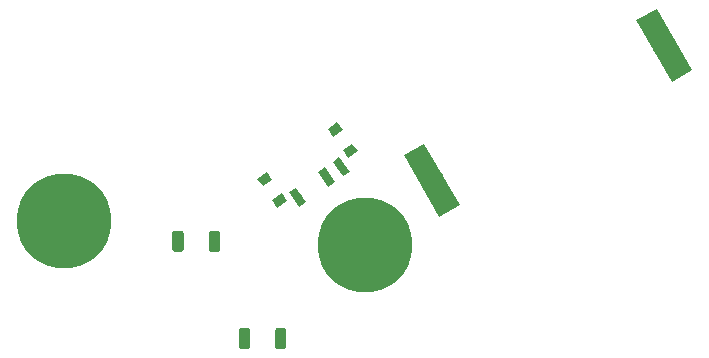
<source format=gbr>
G04 #@! TF.GenerationSoftware,KiCad,Pcbnew,5.1.4-e60b266~84~ubuntu19.04.1*
G04 #@! TF.CreationDate,2019-09-15T17:58:53+02:00*
G04 #@! TF.ProjectId,sepiapcb2,73657069-6170-4636-9232-2e6b69636164,rev?*
G04 #@! TF.SameCoordinates,Original*
G04 #@! TF.FileFunction,Paste,Bot*
G04 #@! TF.FilePolarity,Positive*
%FSLAX46Y46*%
G04 Gerber Fmt 4.6, Leading zero omitted, Abs format (unit mm)*
G04 Created by KiCad (PCBNEW 5.1.4-e60b266~84~ubuntu19.04.1) date 2019-09-15 17:58:53*
%MOMM*%
%LPD*%
G04 APERTURE LIST*
%ADD10C,8.000000*%
%ADD11C,2.000000*%
%ADD12C,0.100000*%
%ADD13C,0.950000*%
%ADD14C,0.800000*%
%ADD15C,0.700000*%
G04 APERTURE END LIST*
D10*
X64000000Y-53500000D03*
X89500000Y-55500000D03*
D11*
X114803670Y-38620455D03*
D12*
G36*
X115437645Y-41718531D02*
G01*
X112437645Y-36522379D01*
X114169695Y-35522379D01*
X117169695Y-40718531D01*
X115437645Y-41718531D01*
X115437645Y-41718531D01*
G37*
D11*
X95140253Y-50042417D03*
D12*
G36*
X95774228Y-53140493D02*
G01*
X92774228Y-47944341D01*
X94506278Y-46944341D01*
X97506278Y-52140493D01*
X95774228Y-53140493D01*
X95774228Y-53140493D01*
G37*
G36*
X77037623Y-54345515D02*
G01*
X77056067Y-54348251D01*
X77074154Y-54352781D01*
X77091710Y-54359063D01*
X77108565Y-54367035D01*
X77124558Y-54376621D01*
X77139535Y-54387728D01*
X77153350Y-54400250D01*
X77165872Y-54414065D01*
X77176979Y-54429042D01*
X77186565Y-54445035D01*
X77194537Y-54461890D01*
X77200819Y-54479446D01*
X77205349Y-54497533D01*
X77208085Y-54515977D01*
X77209000Y-54534600D01*
X77209000Y-55904600D01*
X77208085Y-55923223D01*
X77205349Y-55941667D01*
X77200819Y-55959754D01*
X77194537Y-55977310D01*
X77186565Y-55994165D01*
X77176979Y-56010158D01*
X77165872Y-56025135D01*
X77153350Y-56038950D01*
X77139535Y-56051472D01*
X77124558Y-56062579D01*
X77108565Y-56072165D01*
X77091710Y-56080137D01*
X77074154Y-56086419D01*
X77056067Y-56090949D01*
X77037623Y-56093685D01*
X77019000Y-56094600D01*
X76449000Y-56094600D01*
X76430377Y-56093685D01*
X76411933Y-56090949D01*
X76393846Y-56086419D01*
X76376290Y-56080137D01*
X76359435Y-56072165D01*
X76343442Y-56062579D01*
X76328465Y-56051472D01*
X76314650Y-56038950D01*
X76302128Y-56025135D01*
X76291021Y-56010158D01*
X76281435Y-55994165D01*
X76273463Y-55977310D01*
X76267181Y-55959754D01*
X76262651Y-55941667D01*
X76259915Y-55923223D01*
X76259000Y-55904600D01*
X76259000Y-54534600D01*
X76259915Y-54515977D01*
X76262651Y-54497533D01*
X76267181Y-54479446D01*
X76273463Y-54461890D01*
X76281435Y-54445035D01*
X76291021Y-54429042D01*
X76302128Y-54414065D01*
X76314650Y-54400250D01*
X76328465Y-54387728D01*
X76343442Y-54376621D01*
X76359435Y-54367035D01*
X76376290Y-54359063D01*
X76393846Y-54352781D01*
X76411933Y-54348251D01*
X76430377Y-54345515D01*
X76449000Y-54344600D01*
X77019000Y-54344600D01*
X77037623Y-54345515D01*
X77037623Y-54345515D01*
G37*
D13*
X76734000Y-55219600D03*
D12*
G36*
X73937623Y-54345515D02*
G01*
X73956067Y-54348251D01*
X73974154Y-54352781D01*
X73991710Y-54359063D01*
X74008565Y-54367035D01*
X74024558Y-54376621D01*
X74039535Y-54387728D01*
X74053350Y-54400250D01*
X74065872Y-54414065D01*
X74076979Y-54429042D01*
X74086565Y-54445035D01*
X74094537Y-54461890D01*
X74100819Y-54479446D01*
X74105349Y-54497533D01*
X74108085Y-54515977D01*
X74109000Y-54534600D01*
X74109000Y-55904600D01*
X74108085Y-55923223D01*
X74105349Y-55941667D01*
X74100819Y-55959754D01*
X74094537Y-55977310D01*
X74086565Y-55994165D01*
X74076979Y-56010158D01*
X74065872Y-56025135D01*
X74053350Y-56038950D01*
X74039535Y-56051472D01*
X74024558Y-56062579D01*
X74008565Y-56072165D01*
X73991710Y-56080137D01*
X73974154Y-56086419D01*
X73956067Y-56090949D01*
X73937623Y-56093685D01*
X73919000Y-56094600D01*
X73349000Y-56094600D01*
X73330377Y-56093685D01*
X73311933Y-56090949D01*
X73293846Y-56086419D01*
X73276290Y-56080137D01*
X73259435Y-56072165D01*
X73243442Y-56062579D01*
X73228465Y-56051472D01*
X73214650Y-56038950D01*
X73202128Y-56025135D01*
X73191021Y-56010158D01*
X73181435Y-55994165D01*
X73173463Y-55977310D01*
X73167181Y-55959754D01*
X73162651Y-55941667D01*
X73159915Y-55923223D01*
X73159000Y-55904600D01*
X73159000Y-54534600D01*
X73159915Y-54515977D01*
X73162651Y-54497533D01*
X73167181Y-54479446D01*
X73173463Y-54461890D01*
X73181435Y-54445035D01*
X73191021Y-54429042D01*
X73202128Y-54414065D01*
X73214650Y-54400250D01*
X73228465Y-54387728D01*
X73243442Y-54376621D01*
X73259435Y-54367035D01*
X73276290Y-54359063D01*
X73293846Y-54352781D01*
X73311933Y-54348251D01*
X73330377Y-54345515D01*
X73349000Y-54344600D01*
X73919000Y-54344600D01*
X73937623Y-54345515D01*
X73937623Y-54345515D01*
G37*
D13*
X73634000Y-55219600D03*
D12*
G36*
X82651023Y-62575115D02*
G01*
X82669467Y-62577851D01*
X82687554Y-62582381D01*
X82705110Y-62588663D01*
X82721965Y-62596635D01*
X82737958Y-62606221D01*
X82752935Y-62617328D01*
X82766750Y-62629850D01*
X82779272Y-62643665D01*
X82790379Y-62658642D01*
X82799965Y-62674635D01*
X82807937Y-62691490D01*
X82814219Y-62709046D01*
X82818749Y-62727133D01*
X82821485Y-62745577D01*
X82822400Y-62764200D01*
X82822400Y-64134200D01*
X82821485Y-64152823D01*
X82818749Y-64171267D01*
X82814219Y-64189354D01*
X82807937Y-64206910D01*
X82799965Y-64223765D01*
X82790379Y-64239758D01*
X82779272Y-64254735D01*
X82766750Y-64268550D01*
X82752935Y-64281072D01*
X82737958Y-64292179D01*
X82721965Y-64301765D01*
X82705110Y-64309737D01*
X82687554Y-64316019D01*
X82669467Y-64320549D01*
X82651023Y-64323285D01*
X82632400Y-64324200D01*
X82062400Y-64324200D01*
X82043777Y-64323285D01*
X82025333Y-64320549D01*
X82007246Y-64316019D01*
X81989690Y-64309737D01*
X81972835Y-64301765D01*
X81956842Y-64292179D01*
X81941865Y-64281072D01*
X81928050Y-64268550D01*
X81915528Y-64254735D01*
X81904421Y-64239758D01*
X81894835Y-64223765D01*
X81886863Y-64206910D01*
X81880581Y-64189354D01*
X81876051Y-64171267D01*
X81873315Y-64152823D01*
X81872400Y-64134200D01*
X81872400Y-62764200D01*
X81873315Y-62745577D01*
X81876051Y-62727133D01*
X81880581Y-62709046D01*
X81886863Y-62691490D01*
X81894835Y-62674635D01*
X81904421Y-62658642D01*
X81915528Y-62643665D01*
X81928050Y-62629850D01*
X81941865Y-62617328D01*
X81956842Y-62606221D01*
X81972835Y-62596635D01*
X81989690Y-62588663D01*
X82007246Y-62582381D01*
X82025333Y-62577851D01*
X82043777Y-62575115D01*
X82062400Y-62574200D01*
X82632400Y-62574200D01*
X82651023Y-62575115D01*
X82651023Y-62575115D01*
G37*
D13*
X82347400Y-63449200D03*
D12*
G36*
X79551023Y-62575115D02*
G01*
X79569467Y-62577851D01*
X79587554Y-62582381D01*
X79605110Y-62588663D01*
X79621965Y-62596635D01*
X79637958Y-62606221D01*
X79652935Y-62617328D01*
X79666750Y-62629850D01*
X79679272Y-62643665D01*
X79690379Y-62658642D01*
X79699965Y-62674635D01*
X79707937Y-62691490D01*
X79714219Y-62709046D01*
X79718749Y-62727133D01*
X79721485Y-62745577D01*
X79722400Y-62764200D01*
X79722400Y-64134200D01*
X79721485Y-64152823D01*
X79718749Y-64171267D01*
X79714219Y-64189354D01*
X79707937Y-64206910D01*
X79699965Y-64223765D01*
X79690379Y-64239758D01*
X79679272Y-64254735D01*
X79666750Y-64268550D01*
X79652935Y-64281072D01*
X79637958Y-64292179D01*
X79621965Y-64301765D01*
X79605110Y-64309737D01*
X79587554Y-64316019D01*
X79569467Y-64320549D01*
X79551023Y-64323285D01*
X79532400Y-64324200D01*
X78962400Y-64324200D01*
X78943777Y-64323285D01*
X78925333Y-64320549D01*
X78907246Y-64316019D01*
X78889690Y-64309737D01*
X78872835Y-64301765D01*
X78856842Y-64292179D01*
X78841865Y-64281072D01*
X78828050Y-64268550D01*
X78815528Y-64254735D01*
X78804421Y-64239758D01*
X78794835Y-64223765D01*
X78786863Y-64206910D01*
X78780581Y-64189354D01*
X78776051Y-64171267D01*
X78773315Y-64152823D01*
X78772400Y-64134200D01*
X78772400Y-62764200D01*
X78773315Y-62745577D01*
X78776051Y-62727133D01*
X78780581Y-62709046D01*
X78786863Y-62691490D01*
X78794835Y-62674635D01*
X78804421Y-62658642D01*
X78815528Y-62643665D01*
X78828050Y-62629850D01*
X78841865Y-62617328D01*
X78856842Y-62606221D01*
X78872835Y-62596635D01*
X78889690Y-62588663D01*
X78907246Y-62582381D01*
X78925333Y-62577851D01*
X78943777Y-62575115D01*
X78962400Y-62574200D01*
X79532400Y-62574200D01*
X79551023Y-62575115D01*
X79551023Y-62575115D01*
G37*
D13*
X79247400Y-63449200D03*
D14*
X82242685Y-51754493D03*
D12*
G36*
X82062540Y-52368942D02*
G01*
X81603678Y-51713620D01*
X82422830Y-51140044D01*
X82881692Y-51795366D01*
X82062540Y-52368942D01*
X82062540Y-52368942D01*
G37*
D14*
X88222495Y-47567385D03*
D12*
G36*
X88042350Y-48181834D02*
G01*
X87583488Y-47526512D01*
X88402640Y-46952936D01*
X88861502Y-47608258D01*
X88042350Y-48181834D01*
X88042350Y-48181834D01*
G37*
D14*
X86954891Y-45757059D03*
D12*
G36*
X86774746Y-46371508D02*
G01*
X86315884Y-45716186D01*
X87135036Y-45142610D01*
X87593898Y-45797932D01*
X86774746Y-46371508D01*
X86774746Y-46371508D01*
G37*
D14*
X80975081Y-49944167D03*
D12*
G36*
X80794936Y-50558616D02*
G01*
X80336074Y-49903294D01*
X81155226Y-49329718D01*
X81614088Y-49985040D01*
X80794936Y-50558616D01*
X80794936Y-50558616D01*
G37*
D15*
X87448506Y-48902840D03*
D12*
G36*
X87591985Y-49717956D02*
G01*
X86731620Y-48489228D01*
X87305027Y-48087724D01*
X88165392Y-49316452D01*
X87591985Y-49717956D01*
X87591985Y-49717956D01*
G37*
D15*
X86219778Y-49763205D03*
D12*
G36*
X86363257Y-50578321D02*
G01*
X85502892Y-49349593D01*
X86076299Y-48948089D01*
X86936664Y-50176817D01*
X86363257Y-50578321D01*
X86363257Y-50578321D01*
G37*
D15*
X83762322Y-51483934D03*
D12*
G36*
X83905801Y-52299050D02*
G01*
X83045436Y-51070322D01*
X83618843Y-50668818D01*
X84479208Y-51897546D01*
X83905801Y-52299050D01*
X83905801Y-52299050D01*
G37*
M02*

</source>
